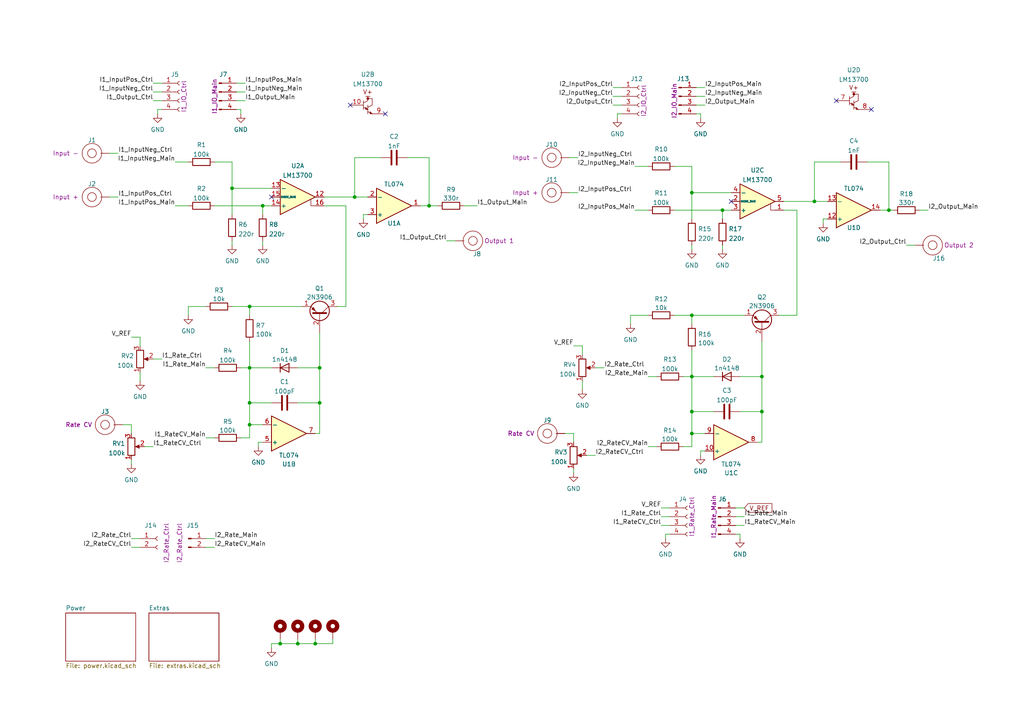
<source format=kicad_sch>
(kicad_sch (version 20211123) (generator eeschema)
  (paper "A4")
  (title_block (title "Variable Integrator and extras") (date "2022-07-25") (rev "r02") (comment 2 "creativecommons.org/Licenses/by/4.0/") (comment 3 "License: CC BY 4.0") (comment 4 "Author: Guy John"))
  (lib_symbols
    (symbol "Amplifier_Operational:LM13700" (pin_names (offset 0.127))
      (property "Reference" "U" (at 3.81 5.08 0))
      (property "Value" "LM13700" (at 5.08 -5.08 0))
      (symbol "LM13700_1_1"
        (polyline (pts (xy 3.81 -0.635) (xy 3.81 -2.54) (xy 5.08 -2.54)))
        (polyline (pts (xy 5.08 0) (xy -5.08 -5.08) (xy -5.08 5.08) (xy 5.08 0)) (stroke (width 0.254)) (fill (type background)))
        (pin output line (at 7.62 0 180) (length 2.54) (name "~") (number "12"))
        (pin input line (at -7.62 2.54 0) (length 2.54) (name "-") (number "13"))
        (pin input line (at -7.62 -2.54 0) (length 2.54) (name "+") (number "14"))
        (pin input line (at -7.62 0 0) (length 2.54) (name "DIODE_BIAS") (number "15"))
        (pin input line (at 7.62 -2.54 180) (length 2.54) (name "~") (number "16"))
      )
      (symbol "LM13700_2_0"
        (polyline (pts (xy -1.905 2.54) (xy -3.175 2.54)))
      )
      (symbol "LM13700_2_1"
        (circle (center -2.54 1.905) (radius 0.254) (stroke (width 0.254)) (fill (type outline)))
        (polyline (pts (xy -3.81 -0.635) (xy -2.54 -1.27)))
        (polyline (pts (xy -3.81 1.27) (xy -3.81 -1.27)))
        (polyline (pts (xy -2.54 -1.905) (xy -1.27 -2.54)))
        (polyline (pts (xy -2.54 0) (xy -2.54 -2.54)))
        (polyline (pts (xy -3.81 0.635) (xy -2.54 1.27) (xy -2.54 1.905) (xy -2.54 2.54)))
        (polyline (pts (xy -2.54 -1.27) (xy -3.175 -0.635) (xy -3.175 -1.27) (xy -2.54 -1.27)) (fill (type outline)))
        (polyline (pts (xy -2.54 -0.635) (xy -1.27 0) (xy -1.27 1.905) (xy -2.54 1.905)))
        (polyline (pts (xy -1.27 -2.54) (xy -1.905 -1.905) (xy -1.905 -2.54) (xy -1.27 -2.54)) (fill (type outline)))
        (text "V+" (at -2.54 3.81 0) (effects (font (size 1.27 1.27))))
        (pin input line (at -7.62 0 0) (length 3.81) (name "~") (number "10"))
        (pin output line (at 2.54 -2.54 180) (length 3.81) (name "~") (number "9"))
      )
      (symbol "LM13700_3_1"
        (polyline (pts (xy 3.81 -0.635) (xy 3.81 -2.54) (xy 5.08 -2.54)))
        (polyline (pts (xy 5.08 0) (xy -5.08 -5.08) (xy -5.08 5.08) (xy 5.08 0)) (stroke (width 0.254)) (fill (type background)))
        (pin input line (at 7.62 -2.54 180) (length 2.54) (name "~") (number "1"))
        (pin input line (at -7.62 0 0) (length 2.54) (name "DIODE_BIAS") (number "2"))
        (pin input line (at -7.62 -2.54 0) (length 2.54) (name "+") (number "3"))
        (pin input line (at -7.62 2.54 0) (length 2.54) (name "-") (number "4"))
        (pin output line (at 7.62 0 180) (length 2.54) (name "~") (number "5"))
      )
      (symbol "LM13700_4_0"
        (polyline (pts (xy -3.175 2.54) (xy -1.905 2.54)))
        (text "V+" (at -2.54 3.81 0) (effects (font (size 1.27 1.27))))
      )
      (symbol "LM13700_4_1"
        (circle (center -2.54 1.905) (radius 0.254) (stroke (width 0.254)) (fill (type outline)))
        (polyline (pts (xy -3.81 -0.635) (xy -2.54 -1.27)))
        (polyline (pts (xy -3.81 1.27) (xy -3.81 -1.27)))
        (polyline (pts (xy -2.54 -1.905) (xy -1.27 -2.54)))
        (polyline (pts (xy -2.54 0) (xy -2.54 -2.54)))
        (polyline (pts (xy -3.81 0.635) (xy -2.54 1.27) (xy -2.54 2.54)))
        (polyline (pts (xy -2.54 -1.27) (xy -3.175 -0.635) (xy -3.175 -1.27) (xy -2.54 -1.27)) (fill (type outline)))
        (polyline (pts (xy -2.54 -0.635) (xy -1.27 0) (xy -1.27 1.905) (xy -2.54 1.905)))
        (polyline (pts (xy -1.27 -2.54) (xy -1.905 -1.905) (xy -1.905 -2.54) (xy -1.27 -2.54)) (fill (type outline)))
        (pin input line (at -7.62 0 0) (length 3.81) (name "~") (number "7"))
        (pin output line (at 2.54 -2.54 180) (length 3.81) (name "~") (number "8"))
      )
      (symbol "LM13700_5_1"
        (pin power_in line (at -2.54 7.62 270) (length 3.81) (name "V+") (number "11"))
        (pin power_in line (at -2.54 -7.62 90) (length 3.81) (name "V-") (number "6"))
      )
    )
    (symbol "Amplifier_Operational:TL074" (pin_names (offset 0.127))
      (property "Reference" "U" (at 0 5.08 0))
      (property "Value" "TL074" (at 0 -5.08 0))
      (symbol "TL074_1_1"
        (polyline (pts (xy -5.08 5.08) (xy 5.08 0) (xy -5.08 -5.08) (xy -5.08 5.08)) (stroke (width 0.254)) (fill (type background)))
        (pin output line (at 7.62 0 180) (length 2.54) (name "~") (number "1"))
        (pin input line (at -7.62 -2.54 0) (length 2.54) (name "-") (number "2"))
        (pin input line (at -7.62 2.54 0) (length 2.54) (name "+") (number "3"))
      )
      (symbol "TL074_2_1"
        (polyline (pts (xy -5.08 5.08) (xy 5.08 0) (xy -5.08 -5.08) (xy -5.08 5.08)) (stroke (width 0.254)) (fill (type background)))
        (pin input line (at -7.62 2.54 0) (length 2.54) (name "+") (number "5"))
        (pin input line (at -7.62 -2.54 0) (length 2.54) (name "-") (number "6"))
        (pin output line (at 7.62 0 180) (length 2.54) (name "~") (number "7"))
      )
      (symbol "TL074_3_1"
        (polyline (pts (xy -5.08 5.08) (xy 5.08 0) (xy -5.08 -5.08) (xy -5.08 5.08)) (stroke (width 0.254)) (fill (type background)))
        (pin input line (at -7.62 2.54 0) (length 2.54) (name "+") (number "10"))
        (pin output line (at 7.62 0 180) (length 2.54) (name "~") (number "8"))
        (pin input line (at -7.62 -2.54 0) (length 2.54) (name "-") (number "9"))
      )
      (symbol "TL074_4_1"
        (polyline (pts (xy -5.08 5.08) (xy 5.08 0) (xy -5.08 -5.08) (xy -5.08 5.08)) (stroke (width 0.254)) (fill (type background)))
        (pin input line (at -7.62 2.54 0) (length 2.54) (name "+") (number "12"))
        (pin input line (at -7.62 -2.54 0) (length 2.54) (name "-") (number "13"))
        (pin output line (at 7.62 0 180) (length 2.54) (name "~") (number "14"))
      )
      (symbol "TL074_5_1"
        (pin power_in line (at -2.54 -7.62 90) (length 3.81) (name "V-") (number "11"))
        (pin power_in line (at -2.54 7.62 270) (length 3.81) (name "V+") (number "4"))
      )
    )
    (symbol "BananaJacks:Banana Socket PanelMount" (pin_numbers hide) (pin_names (offset 1.016) hide)
      (property "Reference" "J" (at 0 3.81 0))
      (symbol "Banana Socket PanelMount_0_1"
        (circle (center 0 0) (radius 1.27))
        (circle (center 0 0) (radius 2.8448))
      )
      (symbol "Banana Socket PanelMount_1_1"
        (pin bidirectional line (at 5.08 0 180) (length 2.54) (name "~") (number "1"))
      )
    )
    (symbol "Connector:Conn_01x02_Female" (pin_names (offset 1.016) hide)
      (property "Reference" "J" (at 0 2.54 0))
      (property "Value" "Conn_01x02_Female" (at 0 -5.08 0))
      (symbol "Conn_01x02_Female_1_1"
        (arc (start 0 -2.032) (mid -0.508 -2.54) (end 0 -3.048) (stroke (width 0.1524)))
        (polyline (pts (xy -1.27 -2.54) (xy -0.508 -2.54)) (stroke (width 0.1524)))
        (polyline (pts (xy -1.27 0) (xy -0.508 0)) (stroke (width 0.1524)))
        (arc (start 0 0.508) (mid -0.508 0) (end 0 -0.508) (stroke (width 0.1524)))
        (pin passive line (at -5.08 0 0) (length 3.81) (name "Pin_1") (number "1"))
        (pin passive line (at -5.08 -2.54 0) (length 3.81) (name "Pin_2") (number "2"))
      )
    )
    (symbol "Connector:Conn_01x02_Male" (pin_names (offset 1.016) hide)
      (property "Reference" "J" (at 0 2.54 0))
      (property "Value" "Conn_01x02_Male" (at 0 -5.08 0))
      (symbol "Conn_01x02_Male_1_1"
        (polyline (pts (xy 1.27 -2.54) (xy 0.8636 -2.54)) (stroke (width 0.1524)))
        (polyline (pts (xy 1.27 0) (xy 0.8636 0)) (stroke (width 0.1524)))
        (rectangle (start 0.8636 -2.413) (end 0 -2.667) (stroke (width 0.1524)) (fill (type outline)))
        (rectangle (start 0.8636 0.127) (end 0 -0.127) (stroke (width 0.1524)) (fill (type outline)))
        (pin passive line (at 5.08 0 180) (length 3.81) (name "Pin_1") (number "1"))
        (pin passive line (at 5.08 -2.54 180) (length 3.81) (name "Pin_2") (number "2"))
      )
    )
    (symbol "Connector:Conn_01x04_Female" (pin_names (offset 1.016) hide)
      (property "Reference" "J" (at 0 5.08 0))
      (property "Value" "Conn_01x04_Female" (at 0 -7.62 0))
      (symbol "Conn_01x04_Female_1_1"
        (arc (start 0 -4.572) (mid -0.508 -5.08) (end 0 -5.588) (stroke (width 0.1524)))
        (arc (start 0 -2.032) (mid -0.508 -2.54) (end 0 -3.048) (stroke (width 0.1524)))
        (polyline (pts (xy -1.27 -5.08) (xy -0.508 -5.08)) (stroke (width 0.1524)))
        (polyline (pts (xy -1.27 -2.54) (xy -0.508 -2.54)) (stroke (width 0.1524)))
        (polyline (pts (xy -1.27 0) (xy -0.508 0)) (stroke (width 0.1524)))
        (polyline (pts (xy -1.27 2.54) (xy -0.508 2.54)) (stroke (width 0.1524)))
        (arc (start 0 0.508) (mid -0.508 0) (end 0 -0.508) (stroke (width 0.1524)))
        (arc (start 0 3.048) (mid -0.508 2.54) (end 0 2.032) (stroke (width 0.1524)))
        (pin passive line (at -5.08 2.54 0) (length 3.81) (name "Pin_1") (number "1"))
        (pin passive line (at -5.08 0 0) (length 3.81) (name "Pin_2") (number "2"))
        (pin passive line (at -5.08 -2.54 0) (length 3.81) (name "Pin_3") (number "3"))
        (pin passive line (at -5.08 -5.08 0) (length 3.81) (name "Pin_4") (number "4"))
      )
    )
    (symbol "Connector:Conn_01x04_Male" (pin_names (offset 1.016) hide)
      (property "Reference" "J" (at 0 5.08 0))
      (property "Value" "Conn_01x04_Male" (at 0 -7.62 0))
      (symbol "Conn_01x04_Male_1_1"
        (polyline (pts (xy 1.27 -5.08) (xy 0.8636 -5.08)) (stroke (width 0.1524)))
        (polyline (pts (xy 1.27 -2.54) (xy 0.8636 -2.54)) (stroke (width 0.1524)))
        (polyline (pts (xy 1.27 0) (xy 0.8636 0)) (stroke (width 0.1524)))
        (polyline (pts (xy 1.27 2.54) (xy 0.8636 2.54)) (stroke (width 0.1524)))
        (rectangle (start 0.8636 -4.953) (end 0 -5.207) (stroke (width 0.1524)) (fill (type outline)))
        (rectangle (start 0.8636 -2.413) (end 0 -2.667) (stroke (width 0.1524)) (fill (type outline)))
        (rectangle (start 0.8636 0.127) (end 0 -0.127) (stroke (width 0.1524)) (fill (type outline)))
        (rectangle (start 0.8636 2.667) (end 0 2.413) (stroke (width 0.1524)) (fill (type outline)))
        (pin passive line (at 5.08 2.54 180) (length 3.81) (name "Pin_1") (number "1"))
        (pin passive line (at 5.08 0 180) (length 3.81) (name "Pin_2") (number "2"))
        (pin passive line (at 5.08 -2.54 180) (length 3.81) (name "Pin_3") (number "3"))
        (pin passive line (at 5.08 -5.08 180) (length 3.81) (name "Pin_4") (number "4"))
      )
    )
    (symbol "Device:C" (pin_numbers hide) (pin_names (offset 0.254))
      (property "Reference" "C" (at 0.635 2.54 0))
      (property "Value" "C" (at 0.635 -2.54 0))
      (symbol "C_0_1"
        (polyline (pts (xy -2.032 -0.762) (xy 2.032 -0.762)) (stroke (width 0.508)))
        (polyline (pts (xy -2.032 0.762) (xy 2.032 0.762)) (stroke (width 0.508)))
      )
      (symbol "C_1_1"
        (pin passive line (at 0 3.81 270) (length 2.794) (name "~") (number "1"))
        (pin passive line (at 0 -3.81 90) (length 2.794) (name "~") (number "2"))
      )
    )
    (symbol "Device:D" (pin_numbers hide) (pin_names (offset 1.016) hide)
      (property "Reference" "D" (at 0 2.54 0))
      (property "Value" "D" (at 0 -2.54 0))
      (symbol "D_0_1"
        (polyline (pts (xy -1.27 1.27) (xy -1.27 -1.27)) (stroke (width 0.254)))
        (polyline (pts (xy 1.27 0) (xy -1.27 0)))
        (polyline (pts (xy 1.27 1.27) (xy 1.27 -1.27) (xy -1.27 0) (xy 1.27 1.27)) (stroke (width 0.254)))
      )
      (symbol "D_1_1"
        (pin passive line (at -3.81 0 0) (length 2.54) (name "K") (number "1"))
        (pin passive line (at 3.81 0 180) (length 2.54) (name "A") (number "2"))
      )
    )
    (symbol "Device:R_Potentiometer" (pin_names (offset 1.016) hide)
      (property "Reference" "RV" (at -4.445 0 90))
      (property "Value" "R_Potentiometer" (at -2.54 0 90))
      (symbol "R_Potentiometer_0_1"
        (polyline (pts (xy 2.54 0) (xy 1.524 0)))
        (polyline (pts (xy 1.143 0) (xy 2.286 0.508) (xy 2.286 -0.508) (xy 1.143 0)) (fill (type outline)))
        (rectangle (start 1.016 2.54) (end -1.016 -2.54) (stroke (width 0.254)))
      )
      (symbol "R_Potentiometer_1_1"
        (pin passive line (at 0 3.81 270) (length 1.27) (name "1") (number "1"))
        (pin passive line (at 3.81 0 180) (length 1.27) (name "2") (number "2"))
        (pin passive line (at 0 -3.81 90) (length 1.27) (name "3") (number "3"))
      )
    )
    (symbol "Mechanical:MountingHole_Pad" (pin_numbers hide) (pin_names (offset 1.016) hide)
      (property "Reference" "H" (at 0 6.35 0))
      (property "Value" "MountingHole_Pad" (at 0 4.445 0))
      (symbol "MountingHole_Pad_0_1"
        (circle (center 0 1.27) (radius 1.27) (stroke (width 1.27)))
      )
      (symbol "MountingHole_Pad_1_1"
        (pin input line (at 0 -2.54 90) (length 2.54) (name "1") (number "1"))
      )
    )
    (symbol "R_1" (pin_numbers hide) (pin_names (offset 0))
      (property "Reference" "R?" (at 0 0 90))
      (property "Value" "R_1" (at 0.635 1.905 90))
      (symbol "R_1_0_1"
        (rectangle (start 1.016 2.54) (end -1.016 -2.54) (stroke (width 0.254)))
      )
      (symbol "R_1_1_1"
        (pin passive line (at 0 -3.81 90) (length 1.27) (name "~") (number "1"))
        (pin passive line (at 0 3.81 270) (length 1.27) (name "~") (number "2"))
      )
    )
    (symbol "R_17" (pin_numbers hide) (pin_names (offset 0))
      (property "Reference" "R?" (at 0 0 90))
      (property "Value" "R_17" (at 0.635 1.905 90))
      (symbol "R_17_0_1"
        (rectangle (start 1.016 2.54) (end -1.016 -2.54) (stroke (width 0.254)))
      )
      (symbol "R_17_1_1"
        (pin passive line (at 0 -3.81 90) (length 1.27) (name "~") (number "1"))
        (pin passive line (at 0 3.81 270) (length 1.27) (name "~") (number "2"))
      )
    )
    (symbol "R_2" (pin_numbers hide) (pin_names (offset 0))
      (property "Reference" "R?" (at 0 0 90))
      (property "Value" "R_2" (at 0.635 1.905 90))
      (symbol "R_2_0_1"
        (rectangle (start 1.016 2.54) (end -1.016 -2.54) (stroke (width 0.254)))
      )
      (symbol "R_2_1_1"
        (pin passive line (at 0 -3.81 90) (length 1.27) (name "~") (number "1"))
        (pin passive line (at 0 3.81 270) (length 1.27) (name "~") (number "2"))
      )
    )
    (symbol "R_3" (pin_numbers hide) (pin_names (offset 0))
      (property "Reference" "R?" (at 0 0 90))
      (property "Value" "R_3" (at 0.635 1.905 90))
      (symbol "R_3_0_1"
        (rectangle (start 1.016 2.54) (end -1.016 -2.54) (stroke (width 0.254)))
      )
      (symbol "R_3_1_1"
        (pin passive line (at 0 -3.81 90) (length 1.27) (name "~") (number "1"))
        (pin passive line (at 0 3.81 270) (length 1.27) (name "~") (number "2"))
      )
    )
    (symbol "R_4" (pin_numbers hide) (pin_names (offset 0))
      (property "Reference" "R?" (at 0 0 90))
      (property "Value" "R_4" (at 0.635 1.905 90))
      (symbol "R_4_0_1"
        (rectangle (start 1.016 2.54) (end -1.016 -2.54) (stroke (width 0.254)))
      )
      (symbol "R_4_1_1"
        (pin passive line (at 0 -3.81 90) (length 1.27) (name "~") (number "1"))
        (pin passive line (at 0 3.81 270) (length 1.27) (name "~") (number "2"))
      )
    )
    (symbol "R_5" (pin_numbers hide) (pin_names (offset 0))
      (property "Reference" "R?" (at 0 0 90))
      (property "Value" "R_5" (at 0.635 1.905 90))
      (symbol "R_5_0_1"
        (rectangle (start 1.016 2.54) (end -1.016 -2.54) (stroke (width 0.254)))
      )
      (symbol "R_5_1_1"
        (pin passive line (at 0 -3.81 90) (length 1.27) (name "~") (number "1"))
        (pin passive line (at 0 3.81 270) (length 1.27) (name "~") (number "2"))
      )
    )
    (symbol "R_6" (pin_numbers hide) (pin_names (offset 0))
      (property "Reference" "R?" (at 0 0 90))
      (property "Value" "R_6" (at 0.635 1.905 90))
      (symbol "R_6_0_1"
        (rectangle (start 1.016 2.54) (end -1.016 -2.54) (stroke (width 0.254)))
      )
      (symbol "R_6_1_1"
        (pin passive line (at 0 -3.81 90) (length 1.27) (name "~") (number "1"))
        (pin passive line (at 0 3.81 270) (length 1.27) (name "~") (number "2"))
      )
    )
    (symbol "R_7" (pin_numbers hide) (pin_names (offset 0))
      (property "Reference" "R?" (at 0 0 90))
      (property "Value" "R_7" (at 0.635 1.905 90))
      (symbol "R_7_0_1"
        (rectangle (start 1.016 2.54) (end -1.016 -2.54) (stroke (width 0.254)))
      )
      (symbol "R_7_1_1"
        (pin passive line (at 0 -3.81 90) (length 1.27) (name "~") (number "1"))
        (pin passive line (at 0 3.81 270) (length 1.27) (name "~") (number "2"))
      )
    )
    (symbol "R_8" (pin_numbers hide) (pin_names (offset 0))
      (property "Reference" "R?" (at 0 0 90))
      (property "Value" "R_8" (at 0.635 1.905 90))
      (symbol "R_8_0_1"
        (rectangle (start 1.016 2.54) (end -1.016 -2.54) (stroke (width 0.254)))
      )
      (symbol "R_8_1_1"
        (pin passive line (at 0 -3.81 90) (length 1.27) (name "~") (number "1"))
        (pin passive line (at 0 3.81 270) (length 1.27) (name "~") (number "2"))
      )
    )
    (symbol "R_9" (pin_numbers hide) (pin_names (offset 0))
      (property "Reference" "R?" (at 0 0 90))
      (property "Value" "R_9" (at 0.635 1.905 90))
      (symbol "R_9_0_1"
        (rectangle (start 1.016 2.54) (end -1.016 -2.54) (stroke (width 0.254)))
      )
      (symbol "R_9_1_1"
        (pin passive line (at 0 -3.81 90) (length 1.27) (name "~") (number "1"))
        (pin passive line (at 0 3.81 270) (length 1.27) (name "~") (number "2"))
      )
    )
    (symbol "Transistor_BJT:2N3906" (pin_names (offset 0) hide)
      (property "Reference" "Q" (at 5.08 1.905 0))
      (property "Value" "2N3906" (at 5.08 0 0))
      (symbol "2N3906_0_1"
        (polyline (pts (xy 0.635 0.635) (xy 2.54 2.54)))
        (polyline (pts (xy 0.635 -0.635) (xy 2.54 -2.54) (xy 2.54 -2.54)))
        (polyline (pts (xy 0.635 1.905) (xy 0.635 -1.905) (xy 0.635 -1.905)) (stroke (width 0.508)))
        (polyline (pts (xy 2.286 -1.778) (xy 1.778 -2.286) (xy 1.27 -1.27) (xy 2.286 -1.778) (xy 2.286 -1.778)) (fill (type outline)))
        (circle (center 1.27 0) (radius 2.8194) (stroke (width 0.254)))
      )
      (symbol "2N3906_1_1"
        (pin passive line (at 2.54 -5.08 90) (length 2.54) (name "E") (number "1"))
        (pin input line (at -5.08 0 0) (length 5.715) (name "B") (number "2"))
        (pin passive line (at 2.54 5.08 270) (length 2.54) (name "C") (number "3"))
      )
    )
    (symbol "power:GND" (power) (pin_names (offset 0))
      (property "Value" "GND" (at 0 -3.81 0))
      (symbol "GND_0_1"
        (polyline (pts (xy 0 0) (xy 0 -1.27) (xy 1.27 -1.27) (xy 0 -2.54) (xy -1.27 -1.27) (xy 0 -1.27)))
      )
      (symbol "GND_1_1"
        (pin power_in line (at 0 0 270) (length 0) hide (name "GND") (number "1"))
      )
    )
    (symbol "rumblesan-standard-parts:R" (pin_numbers hide) (pin_names (offset 0))
      (property "Reference" "R?" (at 0 0 90))
      (property "Value" "R" (at 0.635 1.905 90))
      (symbol "R_0_1"
        (rectangle (start 1.016 2.54) (end -1.016 -2.54) (stroke (width 0.254)))
      )
      (symbol "R_1_1"
        (pin passive line (at 0 -3.81 90) (length 1.27) (name "~") (number "1"))
        (pin passive line (at 0 3.81 270) (length 1.27) (name "~") (number "2"))
      )
    )
  )
  (junction (at 220.98 109.22))
  (junction (at 102.87 57.15))
  (junction (at 76.2 59.69))
  (junction (at 72.39 106.68))
  (junction (at 86.36 186.69))
  (junction (at 124.46 59.69))
  (junction (at 72.39 123.19))
  (junction (at 72.39 88.9))
  (junction (at 200.66 125.73))
  (junction (at 81.28 186.69))
  (junction (at 200.66 91.44))
  (junction (at 220.98 119.38))
  (junction (at 91.44 186.69))
  (junction (at 236.22 58.42))
  (junction (at 257.81 60.96))
  (junction (at 200.66 55.88))
  (junction (at 200.66 109.22))
  (junction (at 72.39 116.84))
  (junction (at 200.66 119.38))
  (junction (at 209.55 60.96))
  (junction (at 92.71 106.68))
  (junction (at 92.71 116.84))
  (junction (at 67.31 54.61))
  (no_connect (at 212.09 58.42))
  (no_connect (at 78.74 57.15))
  (no_connect (at 242.57 29.21))
  (no_connect (at 111.76 33.02))
  (no_connect (at 101.6 30.48))
  (no_connect (at 252.73 31.75))
  (wire (pts (xy 67.31 54.61) (xy 67.31 62.23)))
  (wire (pts (xy 34.29 44.45) (xy 31.75 44.45)))
  (wire (pts (xy 166.37 135.89) (xy 166.37 137.16)))
  (wire (pts (xy 187.96 91.44) (xy 182.88 91.44)))
  (wire (pts (xy 191.77 149.86) (xy 194.31 149.86)))
  (wire (pts (xy 200.66 129.54) (xy 200.66 125.73)))
  (wire (pts (xy 44.45 24.13) (xy 46.99 24.13)))
  (wire (pts (xy 200.66 109.22) (xy 200.66 119.38)))
  (wire (pts (xy 86.36 186.69) (xy 91.44 186.69)))
  (wire (pts (xy 168.91 110.49) (xy 168.91 113.03)))
  (wire (pts (xy 195.58 60.96) (xy 209.55 60.96)))
  (wire (pts (xy 124.46 59.69) (xy 127 59.69)))
  (wire (pts (xy 129.54 69.85) (xy 132.08 69.85)))
  (wire (pts (xy 44.45 26.67) (xy 46.99 26.67)))
  (wire (pts (xy 213.36 152.4) (xy 215.9 152.4)))
  (wire (pts (xy 166.37 100.33) (xy 168.91 100.33)))
  (wire (pts (xy 209.55 60.96) (xy 209.55 63.5)))
  (wire (pts (xy 193.04 154.94) (xy 194.31 154.94)))
  (wire (pts (xy 69.85 106.68) (xy 72.39 106.68)))
  (wire (pts (xy 184.15 60.96) (xy 187.96 60.96)))
  (wire (pts (xy 227.33 58.42) (xy 236.22 58.42)))
  (wire (pts (xy 40.64 107.95) (xy 40.64 110.49)))
  (wire (pts (xy 180.34 33.02) (xy 179.07 33.02)))
  (wire (pts (xy 165.1 55.88) (xy 167.64 55.88)))
  (wire (pts (xy 238.76 63.5) (xy 238.76 64.77)))
  (wire (pts (xy 54.61 88.9) (xy 54.61 91.44)))
  (wire (pts (xy 102.87 57.15) (xy 106.68 57.15)))
  (wire (pts (xy 92.71 106.68) (xy 92.71 116.84)))
  (wire (pts (xy 76.2 128.27) (xy 74.93 128.27)))
  (wire (pts (xy 86.36 106.68) (xy 92.71 106.68)))
  (wire (pts (xy 214.63 119.38) (xy 220.98 119.38)))
  (wire (pts (xy 59.69 127) (xy 62.23 127)))
  (wire (pts (xy 69.85 127) (xy 72.39 127)))
  (wire (pts (xy 72.39 106.68) (xy 72.39 116.84)))
  (wire (pts (xy 93.98 59.69) (xy 100.33 59.69)))
  (wire (pts (xy 262.89 71.12) (xy 265.43 71.12)))
  (wire (pts (xy 191.77 147.32) (xy 194.31 147.32)))
  (wire (pts (xy 219.71 128.27) (xy 220.98 128.27)))
  (wire (pts (xy 182.88 91.44) (xy 182.88 93.98)))
  (wire (pts (xy 46.99 31.75) (xy 45.72 31.75)))
  (wire (pts (xy 121.92 59.69) (xy 124.46 59.69)))
  (wire (pts (xy 167.64 45.72) (xy 165.1 45.72)))
  (wire (pts (xy 31.75 57.15) (xy 34.29 57.15)))
  (wire (pts (xy 198.12 129.54) (xy 200.66 129.54)))
  (wire (pts (xy 76.2 59.69) (xy 76.2 62.23)))
  (wire (pts (xy 40.64 97.79) (xy 40.64 100.33)))
  (wire (pts (xy 200.66 93.98) (xy 200.66 91.44)))
  (wire (pts (xy 266.7 60.96) (xy 269.24 60.96)))
  (wire (pts (xy 62.23 59.69) (xy 76.2 59.69)))
  (wire (pts (xy 236.22 46.99) (xy 243.84 46.99)))
  (wire (pts (xy 236.22 46.99) (xy 236.22 58.42)))
  (wire (pts (xy 255.27 60.96) (xy 257.81 60.96)))
  (wire (pts (xy 102.87 45.72) (xy 102.87 57.15)))
  (wire (pts (xy 45.72 31.75) (xy 45.72 33.02)))
  (wire (pts (xy 72.39 99.06) (xy 72.39 106.68)))
  (wire (pts (xy 257.81 60.96) (xy 257.81 46.99)))
  (wire (pts (xy 93.98 57.15) (xy 102.87 57.15)))
  (wire (pts (xy 226.06 91.44) (xy 231.14 91.44)))
  (wire (pts (xy 170.18 132.08) (xy 172.72 132.08)))
  (wire (pts (xy 200.66 125.73) (xy 204.47 125.73)))
  (wire (pts (xy 92.71 96.52) (xy 92.71 106.68)))
  (wire (pts (xy 177.8 30.48) (xy 180.34 30.48)))
  (wire (pts (xy 220.98 109.22) (xy 220.98 119.38)))
  (wire (pts (xy 68.58 26.67) (xy 71.12 26.67)))
  (wire (pts (xy 201.93 33.02) (xy 203.2 33.02)))
  (wire (pts (xy 184.15 48.26) (xy 187.96 48.26)))
  (wire (pts (xy 106.68 62.23) (xy 105.41 62.23)))
  (wire (pts (xy 118.11 45.72) (xy 124.46 45.72)))
  (wire (pts (xy 78.74 187.96) (xy 78.74 186.69)))
  (wire (pts (xy 72.39 116.84) (xy 72.39 123.19)))
  (wire (pts (xy 200.66 101.6) (xy 200.66 109.22)))
  (wire (pts (xy 227.33 60.96) (xy 231.14 60.96)))
  (wire (pts (xy 50.8 59.69) (xy 54.61 59.69)))
  (wire (pts (xy 220.98 99.06) (xy 220.98 109.22)))
  (wire (pts (xy 86.36 185.42) (xy 86.36 186.69)))
  (wire (pts (xy 69.85 31.75) (xy 69.85 33.02)))
  (wire (pts (xy 68.58 29.21) (xy 71.12 29.21)))
  (wire (pts (xy 220.98 128.27) (xy 220.98 119.38)))
  (wire (pts (xy 91.44 125.73) (xy 92.71 125.73)))
  (wire (pts (xy 102.87 45.72) (xy 110.49 45.72)))
  (wire (pts (xy 198.12 109.22) (xy 200.66 109.22)))
  (wire (pts (xy 78.74 186.69) (xy 81.28 186.69)))
  (wire (pts (xy 68.58 24.13) (xy 71.12 24.13)))
  (wire (pts (xy 72.39 106.68) (xy 78.74 106.68)))
  (wire (pts (xy 191.77 152.4) (xy 194.31 152.4)))
  (wire (pts (xy 236.22 58.42) (xy 240.03 58.42)))
  (wire (pts (xy 67.31 46.99) (xy 67.31 54.61)))
  (wire (pts (xy 193.04 156.21) (xy 193.04 154.94)))
  (wire (pts (xy 200.66 71.12) (xy 200.66 72.39)))
  (wire (pts (xy 74.93 128.27) (xy 74.93 129.54)))
  (wire (pts (xy 38.1 156.21) (xy 40.64 156.21)))
  (wire (pts (xy 187.96 129.54) (xy 190.5 129.54)))
  (wire (pts (xy 200.66 48.26) (xy 200.66 55.88)))
  (wire (pts (xy 200.66 55.88) (xy 200.66 63.5)))
  (wire (pts (xy 209.55 71.12) (xy 209.55 72.39)))
  (wire (pts (xy 213.36 154.94) (xy 214.63 154.94)))
  (wire (pts (xy 50.8 46.99) (xy 54.61 46.99)))
  (wire (pts (xy 200.66 109.22) (xy 207.01 109.22)))
  (wire (pts (xy 166.37 125.73) (xy 166.37 128.27)))
  (wire (pts (xy 203.2 130.81) (xy 203.2 132.08)))
  (wire (pts (xy 251.46 46.99) (xy 257.81 46.99)))
  (wire (pts (xy 67.31 69.85) (xy 67.31 71.12)))
  (wire (pts (xy 38.1 97.79) (xy 40.64 97.79)))
  (wire (pts (xy 96.52 186.69) (xy 96.52 185.42)))
  (wire (pts (xy 168.91 100.33) (xy 168.91 102.87)))
  (wire (pts (xy 81.28 186.69) (xy 86.36 186.69)))
  (wire (pts (xy 100.33 59.69) (xy 100.33 88.9)))
  (wire (pts (xy 209.55 60.96) (xy 212.09 60.96)))
  (wire (pts (xy 38.1 123.19) (xy 38.1 125.73)))
  (wire (pts (xy 86.36 116.84) (xy 92.71 116.84)))
  (wire (pts (xy 72.39 116.84) (xy 78.74 116.84)))
  (wire (pts (xy 240.03 63.5) (xy 238.76 63.5)))
  (wire (pts (xy 68.58 31.75) (xy 69.85 31.75)))
  (wire (pts (xy 134.62 59.69) (xy 138.43 59.69)))
  (wire (pts (xy 59.69 158.75) (xy 62.23 158.75)))
  (wire (pts (xy 214.63 154.94) (xy 214.63 156.21)))
  (wire (pts (xy 201.93 27.94) (xy 204.47 27.94)))
  (wire (pts (xy 257.81 60.96) (xy 259.08 60.96)))
  (wire (pts (xy 200.66 91.44) (xy 215.9 91.44)))
  (wire (pts (xy 91.44 185.42) (xy 91.44 186.69)))
  (wire (pts (xy 195.58 91.44) (xy 200.66 91.44)))
  (wire (pts (xy 179.07 33.02) (xy 179.07 34.29)))
  (wire (pts (xy 172.72 106.68) (xy 175.26 106.68)))
  (wire (pts (xy 59.69 88.9) (xy 54.61 88.9)))
  (wire (pts (xy 214.63 109.22) (xy 220.98 109.22)))
  (wire (pts (xy 92.71 125.73) (xy 92.71 116.84)))
  (wire (pts (xy 204.47 130.81) (xy 203.2 130.81)))
  (wire (pts (xy 62.23 46.99) (xy 67.31 46.99)))
  (wire (pts (xy 201.93 25.4) (xy 204.47 25.4)))
  (wire (pts (xy 44.45 29.21) (xy 46.99 29.21)))
  (wire (pts (xy 81.28 185.42) (xy 81.28 186.69)))
  (wire (pts (xy 59.69 106.68) (xy 62.23 106.68)))
  (wire (pts (xy 97.79 88.9) (xy 100.33 88.9)))
  (wire (pts (xy 177.8 25.4) (xy 180.34 25.4)))
  (wire (pts (xy 213.36 149.86) (xy 215.9 149.86)))
  (wire (pts (xy 35.56 123.19) (xy 38.1 123.19)))
  (wire (pts (xy 195.58 48.26) (xy 200.66 48.26)))
  (wire (pts (xy 59.69 156.21) (xy 62.23 156.21)))
  (wire (pts (xy 38.1 158.75) (xy 40.64 158.75)))
  (wire (pts (xy 72.39 91.44) (xy 72.39 88.9)))
  (wire (pts (xy 213.36 147.32) (xy 215.9 147.32)))
  (wire (pts (xy 163.83 125.73) (xy 166.37 125.73)))
  (wire (pts (xy 76.2 59.69) (xy 78.74 59.69)))
  (wire (pts (xy 38.1 133.35) (xy 38.1 134.62)))
  (wire (pts (xy 201.93 30.48) (xy 204.47 30.48)))
  (wire (pts (xy 72.39 123.19) (xy 76.2 123.19)))
  (wire (pts (xy 200.66 119.38) (xy 207.01 119.38)))
  (wire (pts (xy 200.66 55.88) (xy 212.09 55.88)))
  (wire (pts (xy 76.2 69.85) (xy 76.2 71.12)))
  (wire (pts (xy 203.2 33.02) (xy 203.2 34.29)))
  (wire (pts (xy 105.41 62.23) (xy 105.41 63.5)))
  (wire (pts (xy 67.31 54.61) (xy 78.74 54.61)))
  (wire (pts (xy 200.66 119.38) (xy 200.66 125.73)))
  (wire (pts (xy 91.44 186.69) (xy 96.52 186.69)))
  (wire (pts (xy 72.39 127) (xy 72.39 123.19)))
  (wire (pts (xy 41.91 129.54) (xy 44.45 129.54)))
  (wire (pts (xy 72.39 88.9) (xy 87.63 88.9)))
  (wire (pts (xy 187.96 109.22) (xy 190.5 109.22)))
  (wire (pts (xy 67.31 88.9) (xy 72.39 88.9)))
  (wire (pts (xy 44.45 104.14) (xy 46.99 104.14)))
  (wire (pts (xy 231.14 60.96) (xy 231.14 91.44)))
  (wire (pts (xy 124.46 59.69) (xy 124.46 45.72)))
  (wire (pts (xy 177.8 27.94) (xy 180.34 27.94)))
  (label "I2_RateCV_Ctrl" (at 38.1 158.75 180))
  (label "I1_Rate_Main" (at 215.9 149.86 0))
  (label "I2_InputNeg_Main" (at 204.47 27.94 0))
  (label "I2_InputPos_Ctrl" (at 167.64 55.88 0))
  (label "I2_InputPos_Main" (at 204.47 25.4 0))
  (label "I2_Rate_Ctrl" (at 38.1 156.21 180))
  (label "I2_Rate_Main" (at 187.96 109.22 180))
  (label "I2_Output_Main" (at 269.24 60.96 0))
  (label "I1_Output_Main" (at 71.12 29.21 0))
  (label "I2_RateCV_Ctrl" (at 172.72 132.08 0))
  (label "I1_Rate_Main" (at 59.69 106.68 180))
  (label "I2_InputPos_Ctrl" (at 177.8 25.4 180))
  (label "I2_Rate_Main" (at 62.23 156.21 0))
  (label "I1_RateCV_Main" (at 215.9 152.4 0))
  (label "I1_InputPos_Main" (at 71.12 24.13 0))
  (label "I2_InputNeg_Ctrl" (at 177.8 27.94 180))
  (label "I2_InputNeg_Ctrl" (at 167.64 45.72 0))
  (label "I2_RateCV_Main" (at 187.96 129.54 180))
  (label "I1_RateCV_Main" (at 59.69 127 180))
  (label "V_REF" (at 191.77 147.32 180))
  (label "I1_RateCV_Ctrl" (at 191.77 152.4 180))
  (label "I1_Output_Ctrl" (at 44.45 29.21 180))
  (label "I1_InputNeg_Main" (at 71.12 26.67 0))
  (label "I2_Output_Main" (at 204.47 30.48 0))
  (label "I1_InputNeg_Ctrl" (at 44.45 26.67 180))
  (label "I2_Rate_Ctrl" (at 175.26 106.68 0))
  (label "V_REF" (at 166.37 100.33 180))
  (label "I1_InputPos_Ctrl" (at 44.45 24.13 180))
  (label "I2_RateCV_Main" (at 62.23 158.75 0))
  (label "I2_Output_Ctrl" (at 177.8 30.48 180))
  (label "I1_Rate_Ctrl" (at 191.77 149.86 180))
  (label "I1_InputPos_Main" (at 50.8 59.69 180))
  (label "V_REF" (at 38.1 97.79 180))
  (label "I2_Output_Ctrl" (at 262.89 71.12 180))
  (label "I1_InputNeg_Main" (at 50.8 46.99 180))
  (label "I1_InputPos_Ctrl" (at 34.29 57.15 0))
  (label "I2_InputPos_Main" (at 184.15 60.96 180))
  (label "I1_Rate_Ctrl" (at 46.99 104.14 0))
  (label "I2_InputNeg_Main" (at 184.15 48.26 180))
  (label "I1_RateCV_Ctrl" (at 44.45 129.54 0))
  (label "I1_Output_Ctrl" (at 129.54 69.85 180))
  (label "I1_Output_Main" (at 138.43 59.69 0))
  (label "I1_InputNeg_Ctrl" (at 34.29 44.45 0))
  (global_label "V_REF" (shape input) (at 215.9 147.32 0) (property "Intersheet References" "${INTERSHEET_REFS}" (effects hide)))
  (symbol (lib_id "Device:C") (at 114.3 45.72 90) (unit 1)
    (property "Reference" "C2" (at 114.3 39.5945 90))
    (property "Value" "1nF" (at 114.3 42.3696 90))
    (property "Footprint" "rumblesan-standard-parts:C_Rect_L7.0mm_W3.5mm_P5.00mm" (effects hide))
  )
  (symbol (lib_id "power:GND") (at 40.64 110.49 0) (unit 1)
    (property "Reference" "#PWR04" (effects hide))
    (property "Value" "GND" (at 40.64 115.0525 0))
  )
  (symbol (lib_id "Connector:Conn_01x02_Male") (at 54.61 156.21 0) (unit 1)
    (property "Reference" "J15" (at 55.88 152.4 0))
    (property "Value" "Conn_01x02_Male" (effects hide))
    (property "Footprint" "Connector_PinHeader_2.54mm:PinHeader_1x02_P2.54mm_Vertical" (effects hide))
    (property "Name" "I2_Rate_Ctrl" (at 52.07 157.48 90))
  )
  (symbol (lib_name "R_4") (lib_id "rumblesan-standard-parts:R") (at 72.39 95.25 180) (unit 1)
    (property "Reference" "R7" (at 74.168 94.4153 0) (effects (justify right)))
    (property "Value" "100k" (at 74.168 96.9522 0) (effects (justify right)))
    (property "Footprint" "rumblesan-standard-parts:R_Axial_DIN0207_L6.3mm_D2.5mm_P10.16mm_Horizontal" (effects hide))
    (property "Tolerance" "1%" (effects hide))
    (property "Power" "0.5W" (effects hide))
    (property "Spec" "metal film" (effects hide))
  )
  (symbol (lib_id "Amplifier_Operational:LM13700") (at 250.19 29.21 0) (unit 4)
    (property "Reference" "U2" (at 247.65 20.2999 0))
    (property "Value" "LM13700" (at 247.65 23.075 0))
    (property "Footprint" "rumblesan-standard-parts:DIP-16_W7.62mm_Socket" (effects hide))
    (property "Datasheet" "http://www.ti.com/lit/ds/symlink/lm13700.pdf" (effects hide))
  )
  (symbol (lib_name "R_1") (lib_id "rumblesan-standard-parts:R") (at 66.04 127 270) (unit 1)
    (property "Reference" "R5" (at 66.04 122.2842 90))
    (property "Value" "100k" (at 66.04 124.8211 90))
    (property "Footprint" "rumblesan-standard-parts:R_Axial_DIN0207_L6.3mm_D2.5mm_P10.16mm_Horizontal" (effects hide))
    (property "Tolerance" "1%" (effects hide))
    (property "Power" "0.5W" (effects hide))
    (property "Spec" "metal film" (effects hide))
  )
  (symbol (lib_id "BananaJacks:Banana Socket PanelMount") (at 270.51 71.12 180) (unit 1)
    (property "Reference" "J16" (at 270.51 74.93 0) (effects (justify right)))
    (property "Value" "Banana Socket PanelMount" (effects hide))
    (property "Footprint" "rumblesan-standard-parts:BananaJack_THT_JohnsonCinch_108-09" (effects hide))
    (property "Vendor" "Mouser" (effects hide))
    (property "SKU" "108-0901-1" (effects hide))
    (property "Name" "Output 2" (at 278.13 71.12 0))
  )
  (symbol (lib_id "Connector:Conn_01x04_Female") (at 199.39 149.86 0) (unit 1)
    (property "Reference" "J4" (at 196.85 144.78 0) (effects (justify left)))
    (property "Value" "Conn_01x04_Female" (effects hide))
    (property "Footprint" "Connector_PinSocket_2.54mm:PinSocket_1x04_P2.54mm_Vertical" (effects hide))
    (property "Name" "I1_Rate_Ctrl" (at 200.66 149.86 90))
  )
  (symbol (lib_id "Amplifier_Operational:TL074") (at 212.09 128.27 0) (mirror x) (unit 3)
    (property "Reference" "U1" (at 212.09 137.16 0))
    (property "Value" "TL074" (at 212.09 134.62 0))
    (property "Footprint" "rumblesan-standard-parts:DIP-14_W7.62mm_Socket" (effects hide))
    (property "Datasheet" "http://www.ti.com/lit/ds/symlink/tl071.pdf" (effects hide))
  )
  (symbol (lib_id "power:GND") (at 168.91 113.03 0) (unit 1)
    (property "Reference" "#PWR016" (effects hide))
    (property "Value" "GND" (at 168.91 117.5925 0))
  )
  (symbol (lib_id "power:GND") (at 200.66 72.39 0) (unit 1)
    (property "Reference" "#PWR019" (effects hide))
    (property "Value" "GND" (at 200.66 76.9525 0))
  )
  (symbol (lib_id "BananaJacks:Banana Socket PanelMount") (at 26.67 44.45 0) (unit 1)
    (property "Reference" "J1" (at 26.67 40.64 0))
    (property "Value" "Banana Socket PanelMount" (effects hide))
    (property "Footprint" "rumblesan-standard-parts:BananaJack_THT_JohnsonCinch_108-09" (effects hide))
    (property "Vendor" "Mouser" (effects hide))
    (property "SKU" "108-0901-1" (effects hide))
    (property "Name" "Input -" (at 19.05 44.45 0))
  )
  (symbol (lib_id "Connector:Conn_01x04_Male") (at 208.28 149.86 0) (unit 1)
    (property "Reference" "J6" (at 209.55 144.78 0))
    (property "Value" "Conn_01x04_Male" (effects hide))
    (property "Footprint" "Connector_PinHeader_2.54mm:PinHeader_1x04_P2.54mm_Vertical" (effects hide))
    (property "Name" "I1_Rate_Main" (at 207.01 149.86 90))
  )
  (symbol (lib_id "Transistor_BJT:2N3906") (at 220.98 93.98 270) (mirror x) (unit 1)
    (property "Reference" "Q2" (at 220.98 86.1908 90))
    (property "Value" "2N3906" (at 220.98 88.7277 90))
    (property "Footprint" "Package_TO_SOT_THT:TO-92_Inline_Wide" (effects hide))
    (property "Datasheet" "https://www.onsemi.com/pub/Collateral/2N3906-D.PDF" (effects hide))
  )
  (symbol (lib_id "rumblesan-standard-parts:R") (at 194.31 109.22 90) (unit 1)
    (property "Reference" "R13" (at 194.31 104.2375 90))
    (property "Value" "100k" (at 194.31 107.0126 90))
    (property "Footprint" "rumblesan-standard-parts:R_Axial_DIN0207_L6.3mm_D2.5mm_P10.16mm_Horizontal" (effects hide))
    (property "Tolerance" "1%" (effects hide))
    (property "Power" "0.5W" (effects hide))
    (property "Spec" "metal film" (effects hide))
  )
  (symbol (lib_id "BananaJacks:Banana Socket PanelMount") (at 26.67 57.15 0) (unit 1)
    (property "Reference" "J2" (at 26.67 53.34 0))
    (property "Value" "Banana Socket PanelMount" (effects hide))
    (property "Footprint" "rumblesan-standard-parts:BananaJack_THT_JohnsonCinch_108-09" (effects hide))
    (property "Vendor" "Mouser" (effects hide))
    (property "SKU" "108-0901-1" (effects hide))
    (property "Name" "Input +" (at 19.05 57.15 0))
  )
  (symbol (lib_id "Amplifier_Operational:TL074") (at 83.82 125.73 0) (mirror x) (unit 2)
    (property "Reference" "U1" (at 83.82 134.62 0))
    (property "Value" "TL074" (at 83.82 132.08 0))
    (property "Footprint" "rumblesan-standard-parts:DIP-14_W7.62mm_Socket" (effects hide))
    (property "Datasheet" "http://www.ti.com/lit/ds/symlink/tl071.pdf" (effects hide))
  )
  (symbol (lib_id "power:GND") (at 203.2 34.29 0) (unit 1)
    (property "Reference" "#PWR020" (effects hide))
    (property "Value" "GND" (at 203.2 38.8525 0))
  )
  (symbol (lib_id "Amplifier_Operational:TL074") (at 114.3 59.69 0) (mirror x) (unit 1)
    (property "Reference" "U1" (at 114.3 64.77 0))
    (property "Value" "TL074" (at 114.3 53.4186 0))
    (property "Footprint" "rumblesan-standard-parts:DIP-14_W7.62mm_Socket" (effects hide))
    (property "Datasheet" "http://www.ti.com/lit/ds/symlink/tl071.pdf" (effects hide))
  )
  (symbol (lib_id "rumblesan-standard-parts:R") (at 191.77 48.26 90) (unit 1)
    (property "Reference" "R10" (at 191.77 43.2775 90))
    (property "Value" "100k" (at 191.77 46.0526 90))
    (property "Footprint" "rumblesan-standard-parts:R_Axial_DIN0207_L6.3mm_D2.5mm_P10.16mm_Horizontal" (effects hide))
    (property "Tolerance" "1%" (effects hide))
    (property "Power" "0.5W" (effects hide))
    (property "Spec" "metal film" (effects hide))
  )
  (symbol (lib_id "BananaJacks:Banana Socket PanelMount") (at 160.02 55.88 0) (unit 1)
    (property "Reference" "J11" (at 160.02 52.07 0))
    (property "Value" "Banana Socket PanelMount" (effects hide))
    (property "Footprint" "rumblesan-standard-parts:BananaJack_THT_JohnsonCinch_108-09" (effects hide))
    (property "Vendor" "Mouser" (effects hide))
    (property "SKU" "108-0901-1" (effects hide))
    (property "Name" "Input +" (at 152.4 55.88 0))
  )
  (symbol (lib_id "power:GND") (at 193.04 156.21 0) (unit 1)
    (property "Reference" "#PWR03" (effects hide))
    (property "Value" "GND" (at 193.04 160.7725 0))
  )
  (symbol (lib_id "rumblesan-standard-parts:R") (at 200.66 67.31 180) (unit 1)
    (property "Reference" "R15" (at 202.438 66.4015 0) (effects (justify right)))
    (property "Value" "220r" (at 202.438 69.1766 0) (effects (justify right)))
    (property "Footprint" "rumblesan-standard-parts:R_Axial_DIN0207_L6.3mm_D2.5mm_P10.16mm_Horizontal" (effects hide))
    (property "Tolerance" "1%" (effects hide))
    (property "Power" "0.5W" (effects hide))
    (property "Spec" "metal film" (effects hide))
  )
  (symbol (lib_id "rumblesan-standard-parts:R") (at 191.77 60.96 90) (unit 1)
    (property "Reference" "R11" (at 191.77 55.9775 90))
    (property "Value" "100k" (at 191.77 58.7526 90))
    (property "Footprint" "rumblesan-standard-parts:R_Axial_DIN0207_L6.3mm_D2.5mm_P10.16mm_Horizontal" (effects hide))
    (property "Tolerance" "1%" (effects hide))
    (property "Power" "0.5W" (effects hide))
    (property "Spec" "metal film" (effects hide))
  )
  (symbol (lib_id "Mechanical:MountingHole_Pad") (at 81.28 182.88 0) (unit 1)
    (property "Reference" "H1" (effects hide))
    (property "Value" "MountingHole_Pad" (effects hide))
    (property "Footprint" "rumblesan-standard-parts:MountingHole_3.2mm_M3_DIN965_Pad" (effects hide))
  )
  (symbol (lib_id "power:GND") (at 238.76 64.77 0) (unit 1)
    (property "Reference" "#PWR023" (effects hide))
    (property "Value" "GND" (at 238.76 69.3325 0))
  )
  (symbol (lib_id "Transistor_BJT:2N3906") (at 92.71 91.44 270) (mirror x) (unit 1)
    (property "Reference" "Q1" (at 92.71 83.6508 90))
    (property "Value" "2N3906" (at 92.71 86.1877 90))
    (property "Footprint" "Package_TO_SOT_THT:TO-92_Inline_Wide" (effects hide))
    (property "Datasheet" "https://www.onsemi.com/pub/Collateral/2N3906-D.PDF" (effects hide))
  )
  (symbol (lib_id "Mechanical:MountingHole_Pad") (at 91.44 182.88 0) (unit 1)
    (property "Reference" "H3" (effects hide))
    (property "Value" "MountingHole_Pad" (effects hide))
    (property "Footprint" "rumblesan-standard-parts:MountingHole_3.2mm_M3_DIN965_Pad" (effects hide))
  )
  (symbol (lib_id "power:GND") (at 38.1 134.62 0) (unit 1)
    (property "Reference" "#PWR01" (effects hide))
    (property "Value" "GND" (at 38.1 139.1825 0))
  )
  (symbol (lib_id "power:GND") (at 76.2 71.12 0) (unit 1)
    (property "Reference" "#PWR012" (effects hide))
    (property "Value" "GND" (at 76.2 75.6825 0))
  )
  (symbol (lib_name "R_2") (lib_id "rumblesan-standard-parts:R") (at 63.5 88.9 270) (unit 1)
    (property "Reference" "R3" (at 63.5 84.1842 90))
    (property "Value" "10k" (at 63.5 86.7211 90))
    (property "Footprint" "rumblesan-standard-parts:R_Axial_DIN0207_L6.3mm_D2.5mm_P10.16mm_Horizontal" (effects hide))
    (property "Tolerance" "1%" (effects hide))
    (property "Power" "0.5W" (effects hide))
    (property "Spec" "metal film" (effects hide))
  )
  (symbol (lib_name "R_3") (lib_id "rumblesan-standard-parts:R") (at 66.04 106.68 90) (unit 1)
    (property "Reference" "R4" (at 66.04 101.6975 90))
    (property "Value" "100k" (at 66.04 104.4726 90))
    (property "Footprint" "rumblesan-standard-parts:R_Axial_DIN0207_L6.3mm_D2.5mm_P10.16mm_Horizontal" (effects hide))
    (property "Tolerance" "1%" (effects hide))
    (property "Power" "0.5W" (effects hide))
    (property "Spec" "metal film" (effects hide))
  )
  (symbol (lib_id "power:GND") (at 179.07 34.29 0) (unit 1)
    (property "Reference" "#PWR017" (effects hide))
    (property "Value" "GND" (at 179.07 38.8525 0))
  )
  (symbol (lib_id "Mechanical:MountingHole_Pad") (at 96.52 182.88 0) (unit 1)
    (property "Reference" "H4" (effects hide))
    (property "Value" "MountingHole_Pad" (effects hide))
    (property "Footprint" "rumblesan-standard-parts:MountingHole_3.2mm_M3_DIN965_Pad" (effects hide))
  )
  (symbol (lib_id "power:GND") (at 78.74 187.96 0) (unit 1)
    (property "Reference" "#PWR013" (effects hide))
    (property "Value" "GND" (at 78.74 192.5225 0))
  )
  (symbol (lib_id "power:GND") (at 214.63 156.21 0) (unit 1)
    (property "Reference" "#PWR08" (effects hide))
    (property "Value" "GND" (at 214.63 160.7725 0))
  )
  (symbol (lib_id "Connector:Conn_01x04_Male") (at 196.85 27.94 0) (unit 1)
    (property "Reference" "J13" (at 198.12 22.86 0))
    (property "Value" "Conn_01x04_Male" (effects hide))
    (property "Footprint" "Connector_PinHeader_2.54mm:PinHeader_1x04_P2.54mm_Vertical" (effects hide))
    (property "Name" "I2_IO_Main" (at 195.58 29.21 90))
  )
  (symbol (lib_id "Amplifier_Operational:LM13700") (at 219.71 58.42 0) (unit 3)
    (property "Reference" "U2" (at 219.71 49.3735 0))
    (property "Value" "LM13700" (at 219.71 52.1486 0))
    (property "Footprint" "rumblesan-standard-parts:DIP-16_W7.62mm_Socket" (effects hide))
    (property "Datasheet" "http://www.ti.com/lit/ds/symlink/lm13700.pdf" (effects hide))
  )
  (symbol (lib_name "R_5") (lib_id "rumblesan-standard-parts:R") (at 58.42 59.69 90) (unit 1)
    (property "Reference" "R2" (at 58.42 54.7075 90))
    (property "Value" "100k" (at 58.42 57.4826 90))
    (property "Footprint" "rumblesan-standard-parts:R_Axial_DIN0207_L6.3mm_D2.5mm_P10.16mm_Horizontal" (effects hide))
    (property "Tolerance" "1%" (effects hide))
    (property "Power" "0.5W" (effects hide))
    (property "Spec" "metal film" (effects hide))
  )
  (symbol (lib_id "Connector:Conn_01x04_Male") (at 63.5 26.67 0) (unit 1)
    (property "Reference" "J7" (at 64.77 21.59 0))
    (property "Value" "Conn_01x04_Male" (effects hide))
    (property "Footprint" "Connector_PinHeader_2.54mm:PinHeader_1x04_P2.54mm_Vertical" (effects hide))
    (property "Name" "I1_IO_Main" (at 62.23 27.94 90))
  )
  (symbol (lib_id "power:GND") (at 105.41 63.5 0) (unit 1)
    (property "Reference" "#PWR014" (effects hide))
    (property "Value" "GND" (at 105.41 68.0625 0))
  )
  (symbol (lib_id "power:GND") (at 166.37 137.16 0) (unit 1)
    (property "Reference" "#PWR015" (effects hide))
    (property "Value" "GND" (at 166.37 141.7225 0))
  )
  (symbol (lib_id "rumblesan-standard-parts:R") (at 194.31 129.54 270) (unit 1)
    (property "Reference" "R14" (at 194.31 124.8242 90))
    (property "Value" "100k" (at 194.31 127.3611 90))
    (property "Footprint" "rumblesan-standard-parts:R_Axial_DIN0207_L6.3mm_D2.5mm_P10.16mm_Horizontal" (effects hide))
    (property "Tolerance" "1%" (effects hide))
    (property "Power" "0.5W" (effects hide))
    (property "Spec" "metal film" (effects hide))
  )
  (symbol (lib_id "Device:R_Potentiometer") (at 166.37 132.08 0) (mirror x) (unit 1)
    (property "Reference" "RV3" (at 164.5921 131.1715 0) (effects (justify right)))
    (property "Value" "100k" (at 164.5921 133.9466 0) (effects (justify right)))
    (property "Footprint" "rumblesan-standard-parts:Potentiometer_Alpha_RD901F-40-00D_Single_Vertical" (effects hide))
  )
  (symbol (lib_id "Device:R_Potentiometer") (at 168.91 106.68 0) (mirror x) (unit 1)
    (property "Reference" "RV4" (at 167.1321 105.7715 0) (effects (justify right)))
    (property "Value" "100k" (at 167.1321 108.5466 0) (effects (justify right)))
    (property "Footprint" "rumblesan-standard-parts:Potentiometer_Alpha_RD901F-40-00D_Single_Vertical" (effects hide))
  )
  (symbol (lib_id "Amplifier_Operational:LM13700") (at 109.22 30.48 0) (unit 2)
    (property "Reference" "U2" (at 106.68 21.5699 0))
    (property "Value" "LM13700" (at 106.68 24.345 0))
    (property "Footprint" "rumblesan-standard-parts:DIP-16_W7.62mm_Socket" (effects hide))
    (property "Datasheet" "http://www.ti.com/lit/ds/symlink/lm13700.pdf" (effects hide))
  )
  (symbol (lib_id "Device:C") (at 247.65 46.99 90) (unit 1)
    (property "Reference" "C4" (at 247.65 40.8645 90))
    (property "Value" "1nF" (at 247.65 43.6396 90))
    (property "Footprint" "rumblesan-standard-parts:C_Rect_L7.0mm_W3.5mm_P5.00mm" (effects hide))
  )
  (symbol (lib_id "Connector:Conn_01x04_Female") (at 52.07 26.67 0) (unit 1)
    (property "Reference" "J5" (at 49.53 21.59 0) (effects (justify left)))
    (property "Value" "Conn_01x04_Female" (effects hide))
    (property "Footprint" "Connector_PinSocket_2.54mm:PinSocket_1x04_P2.54mm_Vertical" (effects hide))
    (property "Name" "I1_IO_Ctrl" (at 53.34 27.94 90))
  )
  (symbol (lib_id "BananaJacks:Banana Socket PanelMount") (at 158.75 125.73 0) (unit 1)
    (property "Reference" "J9" (at 158.75 121.92 0))
    (property "Value" "Banana Socket PanelMount" (effects hide))
    (property "Footprint" "rumblesan-standard-parts:BananaJack_THT_JohnsonCinch_108-09" (effects hide))
    (property "Vendor" "Mouser" (effects hide))
    (property "SKU" "108-0901-1" (effects hide))
    (property "Name" "Rate CV" (at 151.13 125.73 0))
  )
  (symbol (lib_id "Device:D") (at 210.82 109.22 0) (unit 1)
    (property "Reference" "D2" (at 210.82 104.2502 0))
    (property "Value" "1n4148" (at 210.82 106.7871 0))
    (property "Footprint" "rumblesan-standard-parts:D_DO-35_SOD27_P7.62mm_Horizontal" (effects hide))
  )
  (symbol (lib_id "power:GND") (at 209.55 72.39 0) (unit 1)
    (property "Reference" "#PWR022" (effects hide))
    (property "Value" "GND" (at 209.55 76.9525 0))
  )
  (symbol (lib_name "R_8") (lib_id "rumblesan-standard-parts:R") (at 67.31 66.04 180) (unit 1)
    (property "Reference" "R6" (at 69.088 65.1315 0) (effects (justify right)))
    (property "Value" "220r" (at 69.088 67.9066 0) (effects (justify right)))
    (property "Footprint" "rumblesan-standard-parts:R_Axial_DIN0207_L6.3mm_D2.5mm_P10.16mm_Horizontal" (effects hide))
    (property "Tolerance" "1%" (effects hide))
    (property "Power" "0.5W" (effects hide))
    (property "Spec" "metal film" (effects hide))
  )
  (symbol (lib_id "Amplifier_Operational:LM13700") (at 86.36 57.15 0) (unit 1)
    (property "Reference" "U2" (at 86.36 48.1035 0))
    (property "Value" "LM13700" (at 86.36 50.8786 0))
    (property "Footprint" "rumblesan-standard-parts:DIP-16_W7.62mm_Socket" (effects hide))
    (property "Datasheet" "http://www.ti.com/lit/ds/symlink/lm13700.pdf" (effects hide))
  )
  (symbol (lib_name "R_7") (lib_id "rumblesan-standard-parts:R") (at 76.2 66.04 180) (unit 1)
    (property "Reference" "R8" (at 77.978 65.1315 0) (effects (justify right)))
    (property "Value" "220r" (at 77.978 67.9066 0) (effects (justify right)))
    (property "Footprint" "rumblesan-standard-parts:R_Axial_DIN0207_L6.3mm_D2.5mm_P10.16mm_Horizontal" (effects hide))
    (property "Tolerance" "1%" (effects hide))
    (property "Power" "0.5W" (effects hide))
    (property "Spec" "metal film" (effects hide))
  )
  (symbol (lib_id "power:GND") (at 203.2 132.08 0) (unit 1)
    (property "Reference" "#PWR021" (effects hide))
    (property "Value" "GND" (at 203.2 136.6425 0))
  )
  (symbol (lib_id "power:GND") (at 182.88 93.98 0) (unit 1)
    (property "Reference" "#PWR018" (effects hide))
    (property "Value" "GND" (at 182.88 98.5425 0))
  )
  (symbol (lib_id "Device:R_Potentiometer") (at 38.1 129.54 0) (mirror x) (unit 1)
    (property "Reference" "RV1" (at 36.3221 128.6315 0) (effects (justify right)))
    (property "Value" "100k" (at 36.3221 131.4066 0) (effects (justify right)))
    (property "Footprint" "rumblesan-standard-parts:Potentiometer_Alpha_RD901F-40-00D_Single_Vertical" (effects hide))
  )
  (symbol (lib_id "power:GND") (at 45.72 33.02 0) (unit 1)
    (property "Reference" "#PWR05" (effects hide))
    (property "Value" "GND" (at 45.72 37.5825 0))
  )
  (symbol (lib_id "rumblesan-standard-parts:R") (at 191.77 91.44 270) (unit 1)
    (property "Reference" "R12" (at 191.77 86.7242 90))
    (property "Value" "10k" (at 191.77 89.2611 90))
    (property "Footprint" "rumblesan-standard-parts:R_Axial_DIN0207_L6.3mm_D2.5mm_P10.16mm_Horizontal" (effects hide))
    (property "Tolerance" "1%" (effects hide))
    (property "Power" "0.5W" (effects hide))
    (property "Spec" "metal film" (effects hide))
  )
  (symbol (lib_id "rumblesan-standard-parts:R") (at 200.66 97.79 180) (unit 1)
    (property "Reference" "R16" (at 202.438 96.9553 0) (effects (justify right)))
    (property "Value" "100k" (at 202.438 99.4922 0) (effects (justify right)))
    (property "Footprint" "rumblesan-standard-parts:R_Axial_DIN0207_L6.3mm_D2.5mm_P10.16mm_Horizontal" (effects hide))
    (property "Tolerance" "1%" (effects hide))
    (property "Power" "0.5W" (effects hide))
    (property "Spec" "metal film" (effects hide))
  )
  (symbol (lib_id "Connector:Conn_01x04_Female") (at 185.42 27.94 0) (unit 1)
    (property "Reference" "J12" (at 182.88 22.86 0) (effects (justify left)))
    (property "Value" "Conn_01x04_Female" (effects hide))
    (property "Footprint" "Connector_PinSocket_2.54mm:PinSocket_1x04_P2.54mm_Vertical" (effects hide))
    (property "Name" "I2_IO_Ctrl" (at 186.69 29.21 90))
  )
  (symbol (lib_id "Device:R_Potentiometer") (at 40.64 104.14 0) (mirror x) (unit 1)
    (property "Reference" "RV2" (at 38.8621 103.2315 0) (effects (justify right)))
    (property "Value" "100k" (at 38.8621 106.0066 0) (effects (justify right)))
    (property "Footprint" "rumblesan-standard-parts:Potentiometer_Alpha_RD901F-40-00D_Single_Vertical" (effects hide))
  )
  (symbol (lib_id "Device:D") (at 82.55 106.68 0) (unit 1)
    (property "Reference" "D1" (at 82.55 101.7102 0))
    (property "Value" "1n4148" (at 82.55 104.2471 0))
    (property "Footprint" "rumblesan-standard-parts:D_DO-35_SOD27_P7.62mm_Horizontal" (effects hide))
  )
  (symbol (lib_id "Mechanical:MountingHole_Pad") (at 86.36 182.88 0) (unit 1)
    (property "Reference" "H2" (effects hide))
    (property "Value" "MountingHole_Pad" (effects hide))
    (property "Footprint" "rumblesan-standard-parts:MountingHole_3.2mm_M3_DIN965_Pad" (effects hide))
  )
  (symbol (lib_id "BananaJacks:Banana Socket PanelMount") (at 137.16 69.85 180) (unit 1)
    (property "Reference" "J8" (at 137.16 73.66 0) (effects (justify right)))
    (property "Value" "Banana Socket PanelMount" (effects hide))
    (property "Footprint" "rumblesan-standard-parts:BananaJack_THT_JohnsonCinch_108-09" (effects hide))
    (property "Vendor" "Mouser" (effects hide))
    (property "SKU" "108-0901-1" (effects hide))
    (property "Name" "Output 1" (at 144.78 69.85 0))
  )
  (symbol (lib_id "power:GND") (at 67.31 71.12 0) (unit 1)
    (property "Reference" "#PWR09" (effects hide))
    (property "Value" "GND" (at 67.31 75.6825 0))
  )
  (symbol (lib_name "R_6") (lib_id "rumblesan-standard-parts:R") (at 58.42 46.99 90) (unit 1)
    (property "Reference" "R1" (at 58.42 42.0075 90))
    (property "Value" "100k" (at 58.42 44.7826 90))
    (property "Footprint" "rumblesan-standard-parts:R_Axial_DIN0207_L6.3mm_D2.5mm_P10.16mm_Horizontal" (effects hide))
    (property "Tolerance" "1%" (effects hide))
    (property "Power" "0.5W" (effects hide))
    (property "Spec" "metal film" (effects hide))
  )
  (symbol (lib_id "rumblesan-standard-parts:R") (at 130.81 59.69 90) (unit 1)
    (property "Reference" "R9" (at 130.81 54.9742 90))
    (property "Value" "330r" (at 130.81 57.5111 90))
    (property "Footprint" "rumblesan-standard-parts:R_Axial_DIN0207_L6.3mm_D2.5mm_P10.16mm_Horizontal" (effects hide))
    (property "Tolerance" "1%" (effects hide))
    (property "Power" "0.5W" (effects hide))
    (property "Spec" "metal film" (effects hide))
  )
  (symbol (lib_id "BananaJacks:Banana Socket PanelMount") (at 30.48 123.19 0) (unit 1)
    (property "Reference" "J3" (at 30.48 119.38 0))
    (property "Value" "Banana Socket PanelMount" (effects hide))
    (property "Footprint" "rumblesan-standard-parts:BananaJack_THT_JohnsonCinch_108-09" (effects hide))
    (property "Vendor" "Mouser" (effects hide))
    (property "SKU" "108-0901-1" (effects hide))
    (property "Name" "Rate CV" (at 22.86 123.19 0))
  )
  (symbol (lib_id "Amplifier_Operational:TL074") (at 247.65 60.96 0) (mirror x) (unit 4)
    (property "Reference" "U1" (at 247.65 66.04 0))
    (property "Value" "TL074" (at 247.65 54.6886 0))
    (property "Footprint" "rumblesan-standard-parts:DIP-14_W7.62mm_Socket" (effects hide))
    (property "Datasheet" "http://www.ti.com/lit/ds/symlink/tl071.pdf" (effects hide))
  )
  (symbol (lib_id "power:GND") (at 54.61 91.44 0) (unit 1)
    (property "Reference" "#PWR06" (effects hide))
    (property "Value" "GND" (at 54.61 96.0025 0))
  )
  (symbol (lib_id "BananaJacks:Banana Socket PanelMount") (at 160.02 45.72 0) (unit 1)
    (property "Reference" "J10" (at 160.02 41.91 0))
    (property "Value" "Banana Socket PanelMount" (effects hide))
    (property "Footprint" "rumblesan-standard-parts:BananaJack_THT_JohnsonCinch_108-09" (effects hide))
    (property "Vendor" "Mouser" (effects hide))
    (property "SKU" "108-0901-1" (effects hide))
    (property "Name" "Input -" (at 152.4 45.72 0))
  )
  (symbol (lib_id "power:GND") (at 69.85 33.02 0) (unit 1)
    (property "Reference" "#PWR010" (effects hide))
    (property "Value" "GND" (at 69.85 37.5825 0))
  )
  (symbol (lib_id "Device:C") (at 210.82 119.38 90) (unit 1)
    (property "Reference" "C3" (at 210.82 113.2545 90))
    (property "Value" "100pF" (at 210.82 116.0296 90))
    (property "Footprint" "rumblesan-standard-parts:C_Rect_L7.0mm_W3.5mm_P5.00mm" (effects hide))
  )
  (symbol (lib_id "power:GND") (at 74.93 129.54 0) (unit 1)
    (property "Reference" "#PWR011" (effects hide))
    (property "Value" "GND" (at 74.93 134.1025 0))
  )
  (symbol (lib_name "R_17") (lib_id "rumblesan-standard-parts:R") (at 262.89 60.96 90) (unit 1)
    (property "Reference" "R18" (at 262.89 56.2442 90))
    (property "Value" "330r" (at 262.89 58.7811 90))
    (property "Footprint" "rumblesan-standard-parts:R_Axial_DIN0207_L6.3mm_D2.5mm_P10.16mm_Horizontal" (effects hide))
    (property "Tolerance" "1%" (effects hide))
    (property "Power" "0.5W" (effects hide))
    (property "Spec" "metal film" (effects hide))
  )
  (symbol (lib_name "R_9") (lib_id "rumblesan-standard-parts:R") (at 209.55 67.31 180) (unit 1)
    (property "Reference" "R17" (at 211.328 66.4015 0) (effects (justify right)))
    (property "Value" "220r" (at 211.328 69.1766 0) (effects (justify right)))
    (property "Footprint" "rumblesan-standard-parts:R_Axial_DIN0207_L6.3mm_D2.5mm_P10.16mm_Horizontal" (effects hide))
    (property "Tolerance" "1%" (effects hide))
    (property "Power" "0.5W" (effects hide))
    (property "Spec" "metal film" (effects hide))
  )
  (symbol (lib_id "Connector:Conn_01x02_Female") (at 45.72 156.21 0) (unit 1)
    (property "Reference" "J14" (at 41.91 152.4 0) (effects (justify left)))
    (property "Value" "Conn_01x02_Female" (effects hide))
    (property "Footprint" "Connector_PinSocket_2.54mm:PinSocket_1x02_P2.54mm_Vertical" (effects hide))
    (property "Name" "I2_Rate_Ctrl" (at 48.26 157.48 90))
  )
  (symbol (lib_id "Device:C") (at 82.55 116.84 90) (unit 1)
    (property "Reference" "C1" (at 82.55 110.7145 90))
    (property "Value" "100pF" (at 82.55 113.4896 90))
    (property "Footprint" "rumblesan-standard-parts:C_Rect_L7.0mm_W3.5mm_P5.00mm" (effects hide))
  )
  (sheet (at 43.18 177.8) (size 20.32 13.97) (stroke (width 0.1524))
    (property "Sheet name" "Extras" (at 43.18 177.0884 0) (effects (justify left bottom)))
    (property "Sheet file" "extras.kicad_sch" (at 43.18 192.3546 0) (effects (justify left top)))
  )
  (sheet (at 19.05 177.8) (size 20.32 13.97) (stroke (width 0.1524))
    (property "Sheet name" "Power" (at 19.05 177.0884 0) (effects (justify left bottom)))
    (property "Sheet file" "power.kicad_sch" (at 19.05 192.3546 0) (effects (justify left top)))
  )
)
</source>
